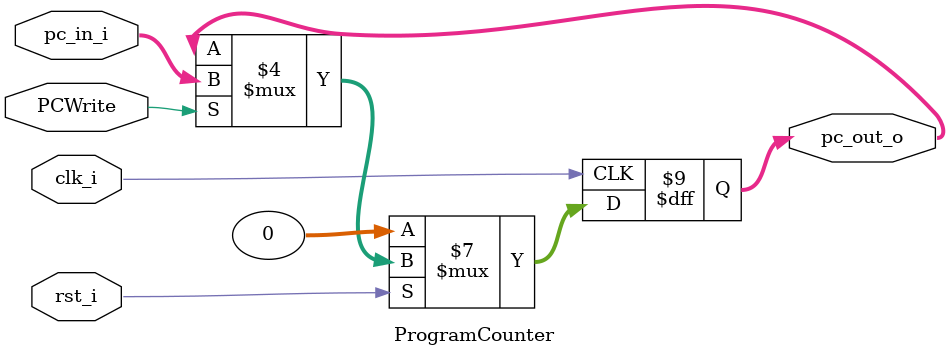
<source format=v>


module ProgramCounter(
    clk_i,
	rst_i,
	pc_in_i,
	PCWrite,
	pc_out_o
	);
     
//I/O ports
input           clk_i;
input	        rst_i;
input  [32-1:0] pc_in_i;
input 			PCWrite;
output [32-1:0] pc_out_o;
 
//Internal Signals
reg    [32-1:0] pc_out_o;
 
//Parameter

    
//Main function
always @(posedge clk_i) begin
    if(~rst_i)
	    pc_out_o <= 0;
	else
		if(PCWrite)
	    	pc_out_o <= pc_in_i;
		else
			pc_out_o <= pc_out_o;
end

endmodule



                    
                    
</source>
